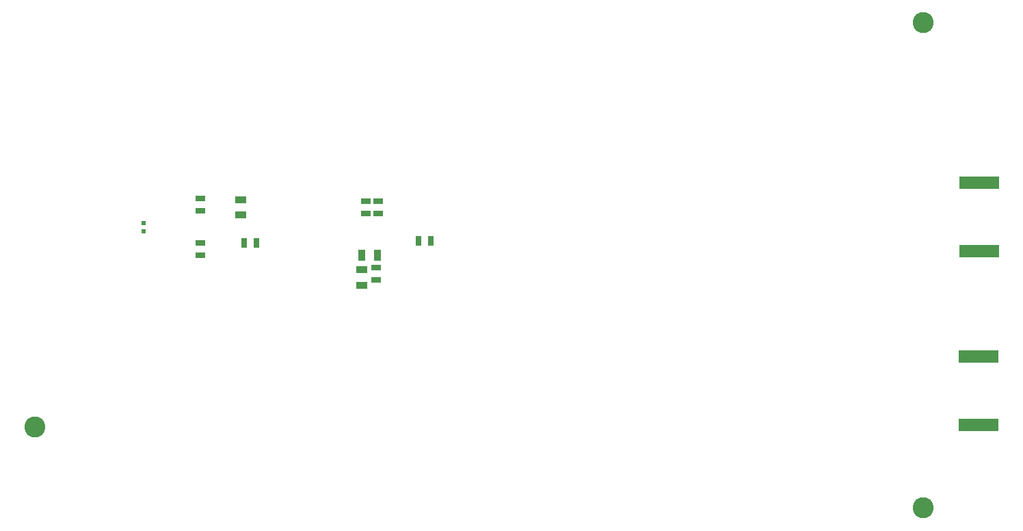
<source format=gbp>
G04 #@! TF.FileFunction,Paste,Bot*
%FSLAX46Y46*%
G04 Gerber Fmt 4.6, Leading zero omitted, Abs format (unit mm)*
G04 Created by KiCad (PCBNEW 4.0.7) date 12/26/17 18:21:05*
%MOMM*%
%LPD*%
G01*
G04 APERTURE LIST*
%ADD10C,0.100000*%
%ADD11R,1.143000X0.635000*%
%ADD12R,1.397000X0.889000*%
%ADD13R,0.635000X1.143000*%
%ADD14R,0.889000X1.397000*%
%ADD15R,4.900000X1.600000*%
%ADD16R,0.600000X0.500000*%
%ADD17C,2.600000*%
G04 APERTURE END LIST*
D10*
D11*
X110500000Y-91738000D03*
X110500000Y-93262000D03*
D12*
X115500000Y-93750000D03*
X115500000Y-91845000D03*
D11*
X110500000Y-97238000D03*
X110500000Y-98762000D03*
D13*
X137476000Y-97000000D03*
X139000000Y-97000000D03*
X115876000Y-97200000D03*
X117400000Y-97200000D03*
D11*
X132250000Y-100238000D03*
X132250000Y-101762000D03*
X132500000Y-93587876D03*
X132500000Y-92063876D03*
X131000000Y-93587876D03*
X131000000Y-92063876D03*
D14*
X130500000Y-98750000D03*
X132405000Y-98750000D03*
D12*
X130500000Y-102452500D03*
X130500000Y-100547500D03*
D15*
X206850000Y-111250000D03*
X206850000Y-119750000D03*
X206900000Y-89750000D03*
X206900000Y-98250000D03*
D16*
X103500000Y-94750000D03*
X103500000Y-95750000D03*
D17*
X200000000Y-130000000D03*
X90000000Y-120000000D03*
X200000000Y-70000000D03*
M02*

</source>
